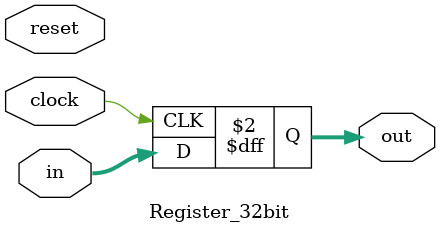
<source format=v>
module Register_32bit(
    input clock,
    input reset,
    input [31:0] in,
    output reg [31:0] out
);

always @(posedge clock) begin
   begin
        out <= in;
    end
     end
 endmodule

</source>
